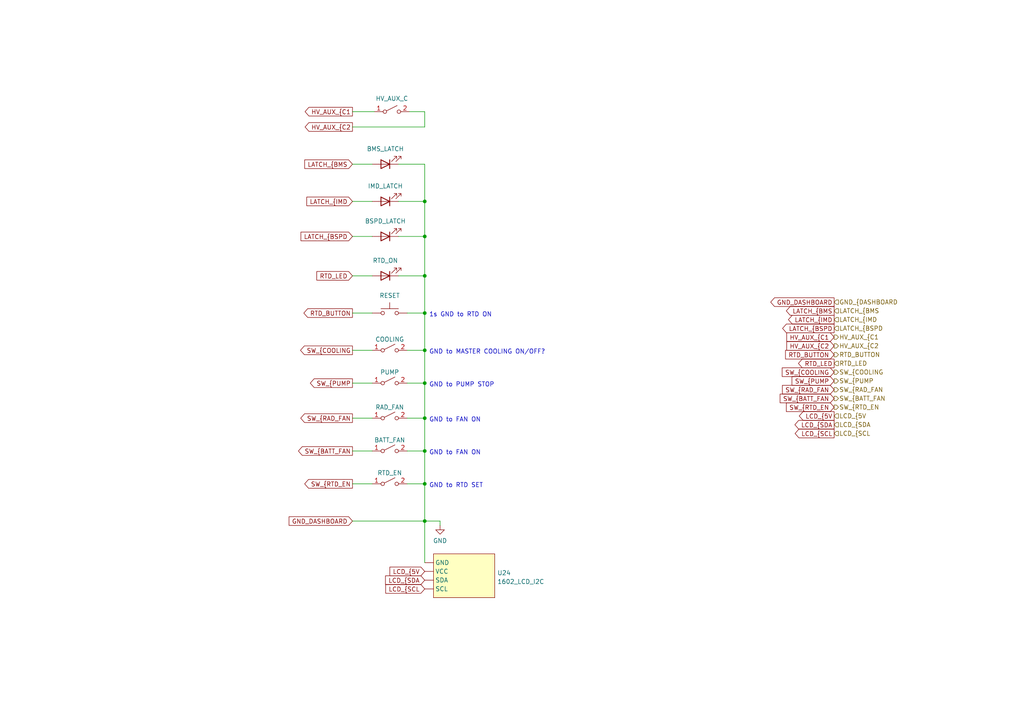
<source format=kicad_sch>
(kicad_sch (version 20211123) (generator eeschema)

  (uuid cb60fa69-dff6-49cf-a84e-7baa44e97299)

  (paper "A4")

  (lib_symbols
    (symbol "A-FA_PARTS:1602_LCD_I2C" (in_bom yes) (on_board yes)
      (property "Reference" "U" (id 0) (at 0 0 0)
        (effects (font (size 1.27 1.27)))
      )
      (property "Value" "1602_LCD_I2C" (id 1) (at 0 0 0)
        (effects (font (size 1.27 1.27)))
      )
      (property "Footprint" "" (id 2) (at 0 0 0)
        (effects (font (size 1.27 1.27)) hide)
      )
      (property "Datasheet" "" (id 3) (at 0 0 0)
        (effects (font (size 1.27 1.27)) hide)
      )
      (symbol "1602_LCD_I2C_0_1"
        (rectangle (start -8.89 -13.97) (end 8.89 -1.27)
          (stroke (width 0.1524) (type default) (color 0 0 0 0))
          (fill (type background))
        )
      )
      (symbol "1602_LCD_I2C_1_1"
        (pin input line (at -11.43 -3.81 0) (length 2.54)
          (name "GND" (effects (font (size 1.27 1.27))))
          (number "" (effects (font (size 1.27 1.27))))
        )
        (pin input line (at -11.43 -11.43 0) (length 2.54)
          (name "SCL" (effects (font (size 1.27 1.27))))
          (number "" (effects (font (size 1.27 1.27))))
        )
        (pin input line (at -11.43 -8.89 0) (length 2.54)
          (name "SDA" (effects (font (size 1.27 1.27))))
          (number "" (effects (font (size 1.27 1.27))))
        )
        (pin input line (at -11.43 -6.35 0) (length 2.54)
          (name "VCC" (effects (font (size 1.27 1.27))))
          (number "" (effects (font (size 1.27 1.27))))
        )
      )
    )
    (symbol "Device:LED" (pin_numbers hide) (pin_names (offset 1.016) hide) (in_bom yes) (on_board yes)
      (property "Reference" "D" (id 0) (at 0 2.54 0)
        (effects (font (size 1.27 1.27)))
      )
      (property "Value" "LED" (id 1) (at 0 -2.54 0)
        (effects (font (size 1.27 1.27)))
      )
      (property "Footprint" "" (id 2) (at 0 0 0)
        (effects (font (size 1.27 1.27)) hide)
      )
      (property "Datasheet" "~" (id 3) (at 0 0 0)
        (effects (font (size 1.27 1.27)) hide)
      )
      (property "ki_keywords" "LED diode" (id 4) (at 0 0 0)
        (effects (font (size 1.27 1.27)) hide)
      )
      (property "ki_description" "Light emitting diode" (id 5) (at 0 0 0)
        (effects (font (size 1.27 1.27)) hide)
      )
      (property "ki_fp_filters" "LED* LED_SMD:* LED_THT:*" (id 6) (at 0 0 0)
        (effects (font (size 1.27 1.27)) hide)
      )
      (symbol "LED_0_1"
        (polyline
          (pts
            (xy -1.27 -1.27)
            (xy -1.27 1.27)
          )
          (stroke (width 0.254) (type default) (color 0 0 0 0))
          (fill (type none))
        )
        (polyline
          (pts
            (xy -1.27 0)
            (xy 1.27 0)
          )
          (stroke (width 0) (type default) (color 0 0 0 0))
          (fill (type none))
        )
        (polyline
          (pts
            (xy 1.27 -1.27)
            (xy 1.27 1.27)
            (xy -1.27 0)
            (xy 1.27 -1.27)
          )
          (stroke (width 0.254) (type default) (color 0 0 0 0))
          (fill (type none))
        )
        (polyline
          (pts
            (xy -3.048 -0.762)
            (xy -4.572 -2.286)
            (xy -3.81 -2.286)
            (xy -4.572 -2.286)
            (xy -4.572 -1.524)
          )
          (stroke (width 0) (type default) (color 0 0 0 0))
          (fill (type none))
        )
        (polyline
          (pts
            (xy -1.778 -0.762)
            (xy -3.302 -2.286)
            (xy -2.54 -2.286)
            (xy -3.302 -2.286)
            (xy -3.302 -1.524)
          )
          (stroke (width 0) (type default) (color 0 0 0 0))
          (fill (type none))
        )
      )
      (symbol "LED_1_1"
        (pin passive line (at -3.81 0 0) (length 2.54)
          (name "K" (effects (font (size 1.27 1.27))))
          (number "1" (effects (font (size 1.27 1.27))))
        )
        (pin passive line (at 3.81 0 180) (length 2.54)
          (name "A" (effects (font (size 1.27 1.27))))
          (number "2" (effects (font (size 1.27 1.27))))
        )
      )
    )
    (symbol "Switch:SW_Push" (pin_numbers hide) (pin_names (offset 1.016) hide) (in_bom yes) (on_board yes)
      (property "Reference" "SW" (id 0) (at 1.27 2.54 0)
        (effects (font (size 1.27 1.27)) (justify left))
      )
      (property "Value" "SW_Push" (id 1) (at 0 -1.524 0)
        (effects (font (size 1.27 1.27)))
      )
      (property "Footprint" "" (id 2) (at 0 5.08 0)
        (effects (font (size 1.27 1.27)) hide)
      )
      (property "Datasheet" "~" (id 3) (at 0 5.08 0)
        (effects (font (size 1.27 1.27)) hide)
      )
      (property "ki_keywords" "switch normally-open pushbutton push-button" (id 4) (at 0 0 0)
        (effects (font (size 1.27 1.27)) hide)
      )
      (property "ki_description" "Push button switch, generic, two pins" (id 5) (at 0 0 0)
        (effects (font (size 1.27 1.27)) hide)
      )
      (symbol "SW_Push_0_1"
        (circle (center -2.032 0) (radius 0.508)
          (stroke (width 0) (type default) (color 0 0 0 0))
          (fill (type none))
        )
        (polyline
          (pts
            (xy 0 1.27)
            (xy 0 3.048)
          )
          (stroke (width 0) (type default) (color 0 0 0 0))
          (fill (type none))
        )
        (polyline
          (pts
            (xy 2.54 1.27)
            (xy -2.54 1.27)
          )
          (stroke (width 0) (type default) (color 0 0 0 0))
          (fill (type none))
        )
        (circle (center 2.032 0) (radius 0.508)
          (stroke (width 0) (type default) (color 0 0 0 0))
          (fill (type none))
        )
        (pin passive line (at -5.08 0 0) (length 2.54)
          (name "1" (effects (font (size 1.27 1.27))))
          (number "1" (effects (font (size 1.27 1.27))))
        )
        (pin passive line (at 5.08 0 180) (length 2.54)
          (name "2" (effects (font (size 1.27 1.27))))
          (number "2" (effects (font (size 1.27 1.27))))
        )
      )
    )
    (symbol "Switch:SW_SPST" (pin_names (offset 0) hide) (in_bom yes) (on_board yes)
      (property "Reference" "SW" (id 0) (at 0 3.175 0)
        (effects (font (size 1.27 1.27)))
      )
      (property "Value" "SW_SPST" (id 1) (at 0 -2.54 0)
        (effects (font (size 1.27 1.27)))
      )
      (property "Footprint" "" (id 2) (at 0 0 0)
        (effects (font (size 1.27 1.27)) hide)
      )
      (property "Datasheet" "~" (id 3) (at 0 0 0)
        (effects (font (size 1.27 1.27)) hide)
      )
      (property "ki_keywords" "switch lever" (id 4) (at 0 0 0)
        (effects (font (size 1.27 1.27)) hide)
      )
      (property "ki_description" "Single Pole Single Throw (SPST) switch" (id 5) (at 0 0 0)
        (effects (font (size 1.27 1.27)) hide)
      )
      (symbol "SW_SPST_0_0"
        (circle (center -2.032 0) (radius 0.508)
          (stroke (width 0) (type default) (color 0 0 0 0))
          (fill (type none))
        )
        (polyline
          (pts
            (xy -1.524 0.254)
            (xy 1.524 1.778)
          )
          (stroke (width 0) (type default) (color 0 0 0 0))
          (fill (type none))
        )
        (circle (center 2.032 0) (radius 0.508)
          (stroke (width 0) (type default) (color 0 0 0 0))
          (fill (type none))
        )
      )
      (symbol "SW_SPST_1_1"
        (pin passive line (at -5.08 0 0) (length 2.54)
          (name "A" (effects (font (size 1.27 1.27))))
          (number "1" (effects (font (size 1.27 1.27))))
        )
        (pin passive line (at 5.08 0 180) (length 2.54)
          (name "B" (effects (font (size 1.27 1.27))))
          (number "2" (effects (font (size 1.27 1.27))))
        )
      )
    )
    (symbol "power:GND" (power) (pin_names (offset 0)) (in_bom yes) (on_board yes)
      (property "Reference" "#PWR" (id 0) (at 0 -6.35 0)
        (effects (font (size 1.27 1.27)) hide)
      )
      (property "Value" "GND" (id 1) (at 0 -3.81 0)
        (effects (font (size 1.27 1.27)))
      )
      (property "Footprint" "" (id 2) (at 0 0 0)
        (effects (font (size 1.27 1.27)) hide)
      )
      (property "Datasheet" "" (id 3) (at 0 0 0)
        (effects (font (size 1.27 1.27)) hide)
      )
      (property "ki_keywords" "power-flag" (id 4) (at 0 0 0)
        (effects (font (size 1.27 1.27)) hide)
      )
      (property "ki_description" "Power symbol creates a global label with name \"GND\" , ground" (id 5) (at 0 0 0)
        (effects (font (size 1.27 1.27)) hide)
      )
      (symbol "GND_0_1"
        (polyline
          (pts
            (xy 0 0)
            (xy 0 -1.27)
            (xy 1.27 -1.27)
            (xy 0 -2.54)
            (xy -1.27 -1.27)
            (xy 0 -1.27)
          )
          (stroke (width 0) (type default) (color 0 0 0 0))
          (fill (type none))
        )
      )
      (symbol "GND_1_1"
        (pin power_in line (at 0 0 270) (length 0) hide
          (name "GND" (effects (font (size 1.27 1.27))))
          (number "1" (effects (font (size 1.27 1.27))))
        )
      )
    )
  )

  (junction (at 123.19 121.285) (diameter 0) (color 0 0 0 0)
    (uuid 21cda7ce-e72a-4125-977b-6d00d96e664e)
  )
  (junction (at 123.19 90.805) (diameter 0) (color 0 0 0 0)
    (uuid 3230205f-defa-4949-b4b3-1f9a127455d1)
  )
  (junction (at 123.19 130.81) (diameter 0) (color 0 0 0 0)
    (uuid 444e228b-2967-4733-aff6-f6a01aa4bc80)
  )
  (junction (at 123.19 101.6) (diameter 0) (color 0 0 0 0)
    (uuid 47adb032-98f1-4964-a57b-bdabf126966b)
  )
  (junction (at 123.19 151.13) (diameter 0) (color 0 0 0 0)
    (uuid 4a52c787-f88b-4ab4-8bac-341dc6e0006b)
  )
  (junction (at 123.19 58.42) (diameter 0) (color 0 0 0 0)
    (uuid 4dfad0dc-1411-40eb-a119-4012ea36abd3)
  )
  (junction (at 123.19 111.125) (diameter 0) (color 0 0 0 0)
    (uuid 6090363c-5245-41cf-8a54-6c2b6187e723)
  )
  (junction (at 123.19 140.335) (diameter 0) (color 0 0 0 0)
    (uuid 8278bd68-d9cf-40fb-af36-5d5af8857339)
  )
  (junction (at 123.19 80.01) (diameter 0) (color 0 0 0 0)
    (uuid 8db5da14-bb18-40b2-8b89-11fb150be5d8)
  )
  (junction (at 123.19 68.58) (diameter 0) (color 0 0 0 0)
    (uuid d3b575d2-2f93-4100-a4a4-e2dc509753fd)
  )

  (wire (pts (xy 102.235 80.01) (xy 107.95 80.01))
    (stroke (width 0) (type default) (color 0 0 0 0))
    (uuid 0162df37-3e00-40f8-8b84-ccab6838045f)
  )
  (wire (pts (xy 123.19 47.625) (xy 123.19 58.42))
    (stroke (width 0) (type default) (color 0 0 0 0))
    (uuid 259201b7-6efa-438f-913d-532fa360f0a9)
  )
  (wire (pts (xy 115.57 58.42) (xy 123.19 58.42))
    (stroke (width 0) (type default) (color 0 0 0 0))
    (uuid 32b7cfe7-25ac-4229-a285-a38a38621c00)
  )
  (wire (pts (xy 102.235 36.83) (xy 123.19 36.83))
    (stroke (width 0) (type default) (color 0 0 0 0))
    (uuid 34f33a4a-a25d-4ff5-b73d-373db978dbcd)
  )
  (wire (pts (xy 127.635 152.4) (xy 127.635 151.13))
    (stroke (width 0) (type default) (color 0 0 0 0))
    (uuid 368a490a-a643-4a1c-93b2-d472008da8b0)
  )
  (wire (pts (xy 127.635 151.13) (xy 123.19 151.13))
    (stroke (width 0) (type default) (color 0 0 0 0))
    (uuid 373398a0-42c3-4727-b601-cd4f03b81ea1)
  )
  (wire (pts (xy 118.11 130.81) (xy 123.19 130.81))
    (stroke (width 0) (type default) (color 0 0 0 0))
    (uuid 3f30cd6b-9bb1-48c6-bb37-111766f80dc1)
  )
  (wire (pts (xy 118.11 101.6) (xy 123.19 101.6))
    (stroke (width 0) (type default) (color 0 0 0 0))
    (uuid 43c9688f-f8c0-43cb-ad97-6c7da164aa3a)
  )
  (wire (pts (xy 115.57 80.01) (xy 123.19 80.01))
    (stroke (width 0) (type default) (color 0 0 0 0))
    (uuid 4813ae48-7b6d-4bfe-aa94-d172c43e79fb)
  )
  (wire (pts (xy 102.235 68.58) (xy 107.95 68.58))
    (stroke (width 0) (type default) (color 0 0 0 0))
    (uuid 4b7c42cc-f81b-405b-b1fb-d563a7d472ec)
  )
  (wire (pts (xy 123.19 32.385) (xy 118.745 32.385))
    (stroke (width 0) (type default) (color 0 0 0 0))
    (uuid 505b6bee-173f-4b7b-8804-f906d479028d)
  )
  (wire (pts (xy 118.11 111.125) (xy 123.19 111.125))
    (stroke (width 0) (type default) (color 0 0 0 0))
    (uuid 69c76c7c-338c-42ee-b112-6eab0691f498)
  )
  (wire (pts (xy 102.235 90.805) (xy 107.95 90.805))
    (stroke (width 0) (type default) (color 0 0 0 0))
    (uuid 70404ad7-4a53-4a75-b845-3c3283be5aa8)
  )
  (wire (pts (xy 102.235 130.81) (xy 107.95 130.81))
    (stroke (width 0) (type default) (color 0 0 0 0))
    (uuid 70e7f96c-a6a2-4feb-9bcb-4fedc77403d8)
  )
  (wire (pts (xy 102.235 151.13) (xy 123.19 151.13))
    (stroke (width 0) (type default) (color 0 0 0 0))
    (uuid 70ebcf9b-3d29-44d1-80bb-f278a676657c)
  )
  (wire (pts (xy 102.235 140.335) (xy 107.95 140.335))
    (stroke (width 0) (type default) (color 0 0 0 0))
    (uuid 76e99c67-17dc-4b55-a6bb-1de20a41c825)
  )
  (wire (pts (xy 102.235 121.285) (xy 107.95 121.285))
    (stroke (width 0) (type default) (color 0 0 0 0))
    (uuid 8274433b-74b7-4abe-b61a-b3575b38324d)
  )
  (wire (pts (xy 118.11 90.805) (xy 123.19 90.805))
    (stroke (width 0) (type default) (color 0 0 0 0))
    (uuid 8ba0fc73-cad5-4f8a-8c8f-8fb880e1b594)
  )
  (wire (pts (xy 102.235 47.625) (xy 107.95 47.625))
    (stroke (width 0) (type default) (color 0 0 0 0))
    (uuid 8d626892-10ff-44a6-a3a7-f96298f04174)
  )
  (wire (pts (xy 123.19 90.805) (xy 123.19 101.6))
    (stroke (width 0) (type default) (color 0 0 0 0))
    (uuid 91026fd3-88a0-4995-9c8d-f4232522aca1)
  )
  (wire (pts (xy 102.235 58.42) (xy 107.95 58.42))
    (stroke (width 0) (type default) (color 0 0 0 0))
    (uuid 9b9752a4-1183-46d0-aee3-a5b37390008c)
  )
  (wire (pts (xy 115.57 47.625) (xy 123.19 47.625))
    (stroke (width 0) (type default) (color 0 0 0 0))
    (uuid 9eb2739a-c17d-4675-81b1-1a058cb94da3)
  )
  (wire (pts (xy 102.235 101.6) (xy 107.95 101.6))
    (stroke (width 0) (type default) (color 0 0 0 0))
    (uuid a5fe84ba-18db-411f-8326-b0ab21ef9e5a)
  )
  (wire (pts (xy 123.19 68.58) (xy 123.19 80.01))
    (stroke (width 0) (type default) (color 0 0 0 0))
    (uuid acedd3d3-995b-4a35-ae27-58ba6fadc7e9)
  )
  (wire (pts (xy 115.57 68.58) (xy 123.19 68.58))
    (stroke (width 0) (type default) (color 0 0 0 0))
    (uuid bb6a51ac-559e-420d-a144-a3ce251d8ed7)
  )
  (wire (pts (xy 102.235 32.385) (xy 108.585 32.385))
    (stroke (width 0) (type default) (color 0 0 0 0))
    (uuid c41b2b0b-635a-4430-b519-48fe20d40149)
  )
  (wire (pts (xy 123.19 80.01) (xy 123.19 90.805))
    (stroke (width 0) (type default) (color 0 0 0 0))
    (uuid c6b932fe-7f5f-43b8-9195-904cc633d475)
  )
  (wire (pts (xy 123.19 151.13) (xy 123.19 163.195))
    (stroke (width 0) (type default) (color 0 0 0 0))
    (uuid c7750c6c-a56f-4713-beb0-51c9d00c7a82)
  )
  (wire (pts (xy 123.19 101.6) (xy 123.19 111.125))
    (stroke (width 0) (type default) (color 0 0 0 0))
    (uuid c9711373-b35e-4c1b-8ec6-a3ba6d191bef)
  )
  (wire (pts (xy 102.235 111.125) (xy 107.95 111.125))
    (stroke (width 0) (type default) (color 0 0 0 0))
    (uuid d381221c-3c7f-40c2-b362-e1dbfee23b8e)
  )
  (wire (pts (xy 118.11 121.285) (xy 123.19 121.285))
    (stroke (width 0) (type default) (color 0 0 0 0))
    (uuid d5c5725a-bdb3-4c90-9826-c3aa0ba79f5f)
  )
  (wire (pts (xy 123.19 140.335) (xy 123.19 151.13))
    (stroke (width 0) (type default) (color 0 0 0 0))
    (uuid d5d77a16-7876-49c8-b1db-7086f30dc3ab)
  )
  (wire (pts (xy 123.19 111.125) (xy 123.19 121.285))
    (stroke (width 0) (type default) (color 0 0 0 0))
    (uuid de0a6daf-0f98-4e7d-82d0-dac2098f5914)
  )
  (wire (pts (xy 123.19 58.42) (xy 123.19 68.58))
    (stroke (width 0) (type default) (color 0 0 0 0))
    (uuid f78717e4-2f87-4e3e-a3ae-df3e0acb6bad)
  )
  (wire (pts (xy 118.11 140.335) (xy 123.19 140.335))
    (stroke (width 0) (type default) (color 0 0 0 0))
    (uuid f8f52340-ef35-446b-80b6-6a362fadf341)
  )
  (wire (pts (xy 123.19 130.81) (xy 123.19 121.285))
    (stroke (width 0) (type default) (color 0 0 0 0))
    (uuid fc766747-49fd-4120-a28e-c5dbf6b786e0)
  )
  (wire (pts (xy 123.19 36.83) (xy 123.19 32.385))
    (stroke (width 0) (type default) (color 0 0 0 0))
    (uuid fd360cda-9995-4f71-9c21-68c17b88b342)
  )
  (wire (pts (xy 123.19 130.81) (xy 123.19 140.335))
    (stroke (width 0) (type default) (color 0 0 0 0))
    (uuid fe86f7cf-f954-4e82-8b2b-211dcb77f42c)
  )

  (text "GND to FAN ON" (at 124.46 132.08 0)
    (effects (font (size 1.27 1.27)) (justify left bottom))
    (uuid 22ddc570-26b2-427c-aa2e-093317c3bd25)
  )
  (text "GND to MASTER COOLING ON/OFF?" (at 124.46 102.87 0)
    (effects (font (size 1.27 1.27)) (justify left bottom))
    (uuid 45cfa2ee-1256-4e3f-8f0f-462b02641434)
  )
  (text "GND to PUMP STOP\n" (at 124.46 112.395 0)
    (effects (font (size 1.27 1.27)) (justify left bottom))
    (uuid 4a563f98-474e-4928-87a8-17f9a671f91f)
  )
  (text "1s GND to RTD ON\n" (at 124.46 92.075 0)
    (effects (font (size 1.27 1.27)) (justify left bottom))
    (uuid daaaa40a-4d96-429c-bb37-6b97e3f3cc95)
  )
  (text "GND to FAN ON" (at 124.46 122.555 0)
    (effects (font (size 1.27 1.27)) (justify left bottom))
    (uuid f5a658d3-ccda-4f08-81dd-b5e2c0a21db9)
  )
  (text "GND to RTD SET" (at 124.46 141.605 0)
    (effects (font (size 1.27 1.27)) (justify left bottom))
    (uuid fd51a64e-0323-4a39-b8ce-8d1f97207958)
  )

  (global_label "LCD_{SDA" (shape input) (at 123.19 168.275 180) (fields_autoplaced)
    (effects (font (size 1.27 1.27)) (justify right))
    (uuid 047d7c31-e50a-40c6-99ac-08159a4ed171)
    (property "Intersheet References" "${INTERSHEET_REFS}" (id 0) (at 114.3543 168.1956 0)
      (effects (font (size 1.27 1.27)) (justify right) hide)
    )
  )
  (global_label "LCD_{SCL" (shape output) (at 241.935 125.73 180) (fields_autoplaced)
    (effects (font (size 1.27 1.27)) (justify right))
    (uuid 0bbf0c89-f17e-4c13-891e-0bd911ecf150)
    (property "Intersheet References" "${INTERSHEET_REFS}" (id 0) (at 233.1477 125.6506 0)
      (effects (font (size 1.27 1.27)) (justify right) hide)
    )
  )
  (global_label "HV_AUX_{C2" (shape input) (at 241.935 100.33 180) (fields_autoplaced)
    (effects (font (size 1.27 1.27)) (justify right))
    (uuid 14812937-9805-420e-b169-8f11a5a6d085)
    (property "Intersheet References" "${INTERSHEET_REFS}" (id 0) (at 230.523 100.2506 0)
      (effects (font (size 1.27 1.27)) (justify right) hide)
    )
  )
  (global_label "LCD_{SDA" (shape output) (at 241.935 123.19 180) (fields_autoplaced)
    (effects (font (size 1.27 1.27)) (justify right))
    (uuid 16b68dbb-ed37-4531-a57c-74b090fb1fc5)
    (property "Intersheet References" "${INTERSHEET_REFS}" (id 0) (at 233.0993 123.1106 0)
      (effects (font (size 1.27 1.27)) (justify right) hide)
    )
  )
  (global_label "LATCH_{BMS" (shape input) (at 102.235 47.625 180) (fields_autoplaced)
    (effects (font (size 1.27 1.27)) (justify right))
    (uuid 29c56f44-0f1f-41d9-9c57-a6c6e06a9732)
    (property "Intersheet References" "${INTERSHEET_REFS}" (id 0) (at 90.9924 47.5456 0)
      (effects (font (size 1.27 1.27)) (justify right) hide)
    )
  )
  (global_label "RTD_BUTTON" (shape input) (at 241.935 102.87 180) (fields_autoplaced)
    (effects (font (size 1.27 1.27)) (justify right))
    (uuid 2bc02251-f06a-4e07-97e9-c23648591b26)
    (property "Intersheet References" "${INTERSHEET_REFS}" (id 0) (at 227.85 102.7906 0)
      (effects (font (size 1.27 1.27)) (justify right) hide)
    )
  )
  (global_label "SW_{RTD_EN" (shape input) (at 241.935 118.11 180) (fields_autoplaced)
    (effects (font (size 1.27 1.27)) (justify right))
    (uuid 386e0b82-8e29-401d-8d8f-d2dd3e640660)
    (property "Intersheet References" "${INTERSHEET_REFS}" (id 0) (at 231.2971 118.0306 0)
      (effects (font (size 1.27 1.27)) (justify right) hide)
    )
  )
  (global_label "SW_{COOLING" (shape output) (at 102.235 101.6 180) (fields_autoplaced)
    (effects (font (size 1.27 1.27)) (justify right))
    (uuid 406f80c8-dc8a-44d7-8324-a6a8bc0d3012)
    (property "Intersheet References" "${INTERSHEET_REFS}" (id 0) (at 90.6295 101.5206 0)
      (effects (font (size 1.27 1.27)) (justify right) hide)
    )
  )
  (global_label "RTD_LED" (shape output) (at 241.935 105.41 180) (fields_autoplaced)
    (effects (font (size 1.27 1.27)) (justify right))
    (uuid 4514ca9c-6c7b-4f90-b175-72f4f2034090)
    (property "Intersheet References" "${INTERSHEET_REFS}" (id 0) (at 231.5995 105.3306 0)
      (effects (font (size 1.27 1.27)) (justify right) hide)
    )
  )
  (global_label "LATCH_{IMD" (shape input) (at 102.235 58.42 180) (fields_autoplaced)
    (effects (font (size 1.27 1.27)) (justify right))
    (uuid 4936c35c-9def-4721-bfec-3ea92646730e)
    (property "Intersheet References" "${INTERSHEET_REFS}" (id 0) (at 91.4762 58.3406 0)
      (effects (font (size 1.27 1.27)) (justify right) hide)
    )
  )
  (global_label "HV_AUX_{C1" (shape input) (at 241.935 97.79 180) (fields_autoplaced)
    (effects (font (size 1.27 1.27)) (justify right))
    (uuid 49fb4b87-4d91-44a7-8c56-42c27695bd81)
    (property "Intersheet References" "${INTERSHEET_REFS}" (id 0) (at 230.523 97.7106 0)
      (effects (font (size 1.27 1.27)) (justify right) hide)
    )
  )
  (global_label "SW_{RAD_FAN" (shape output) (at 102.235 121.285 180) (fields_autoplaced)
    (effects (font (size 1.27 1.27)) (justify right))
    (uuid 66ad7bd7-0a25-435b-b8b8-19b740ee52c0)
    (property "Intersheet References" "${INTERSHEET_REFS}" (id 0) (at 90.6779 121.2056 0)
      (effects (font (size 1.27 1.27)) (justify right) hide)
    )
  )
  (global_label "LATCH_{BSPD" (shape input) (at 102.235 68.58 180) (fields_autoplaced)
    (effects (font (size 1.27 1.27)) (justify right))
    (uuid 7b896ed4-2d69-4e6b-836b-5046fb4b8800)
    (property "Intersheet References" "${INTERSHEET_REFS}" (id 0) (at 90.1215 68.5006 0)
      (effects (font (size 1.27 1.27)) (justify right) hide)
    )
  )
  (global_label "LATCH_{BMS" (shape output) (at 241.935 90.17 180) (fields_autoplaced)
    (effects (font (size 1.27 1.27)) (justify right))
    (uuid 7c3be54a-ae4d-441c-ad27-7c24177ab273)
    (property "Intersheet References" "${INTERSHEET_REFS}" (id 0) (at 230.6924 90.0906 0)
      (effects (font (size 1.27 1.27)) (justify right) hide)
    )
  )
  (global_label "HV_AUX_{C1" (shape output) (at 102.235 32.385 180) (fields_autoplaced)
    (effects (font (size 1.27 1.27)) (justify right))
    (uuid 8a2751b4-0318-4dac-bac6-2a81f6142b2b)
    (property "Intersheet References" "${INTERSHEET_REFS}" (id 0) (at 90.823 32.3056 0)
      (effects (font (size 1.27 1.27)) (justify right) hide)
    )
  )
  (global_label "LCD_{5V" (shape output) (at 241.935 120.65 180) (fields_autoplaced)
    (effects (font (size 1.27 1.27)) (justify right))
    (uuid 8f71c093-47ac-4323-acba-54fbc63c5bff)
    (property "Intersheet References" "${INTERSHEET_REFS}" (id 0) (at 234.1153 120.5706 0)
      (effects (font (size 1.27 1.27)) (justify right) hide)
    )
  )
  (global_label "SW_{BATT_FAN" (shape input) (at 241.935 115.57 180) (fields_autoplaced)
    (effects (font (size 1.27 1.27)) (justify right))
    (uuid 8fcf2c92-17ec-4779-a8f0-25fab8438850)
    (property "Intersheet References" "${INTERSHEET_REFS}" (id 0) (at 229.8457 115.4906 0)
      (effects (font (size 1.27 1.27)) (justify right) hide)
    )
  )
  (global_label "SW_{BATT_FAN" (shape output) (at 102.235 130.81 180) (fields_autoplaced)
    (effects (font (size 1.27 1.27)) (justify right))
    (uuid 94e31c74-e842-474a-87d3-275f3521e71a)
    (property "Intersheet References" "${INTERSHEET_REFS}" (id 0) (at 90.1457 130.7306 0)
      (effects (font (size 1.27 1.27)) (justify right) hide)
    )
  )
  (global_label "SW_{PUMP" (shape output) (at 102.235 111.125 180) (fields_autoplaced)
    (effects (font (size 1.27 1.27)) (justify right))
    (uuid 94e5e6d1-7d4f-40c6-b5be-6f7dfad3896a)
    (property "Intersheet References" "${INTERSHEET_REFS}" (id 0) (at 92.9034 111.0456 0)
      (effects (font (size 1.27 1.27)) (justify right) hide)
    )
  )
  (global_label "GND_DASHBOARD" (shape output) (at 241.935 87.63 180) (fields_autoplaced)
    (effects (font (size 1.27 1.27)) (justify right))
    (uuid a5de648c-f99c-4b00-af89-92f0aa3a6720)
    (property "Intersheet References" "${INTERSHEET_REFS}" (id 0) (at 223.5562 87.5506 0)
      (effects (font (size 1.27 1.27)) (justify right) hide)
    )
  )
  (global_label "LATCH_{IMD" (shape output) (at 241.935 92.71 180) (fields_autoplaced)
    (effects (font (size 1.27 1.27)) (justify right))
    (uuid a9dd44c0-138d-46fc-8f31-fbaf5eb7368a)
    (property "Intersheet References" "${INTERSHEET_REFS}" (id 0) (at 231.1762 92.6306 0)
      (effects (font (size 1.27 1.27)) (justify right) hide)
    )
  )
  (global_label "RTD_BUTTON" (shape output) (at 102.235 90.805 180) (fields_autoplaced)
    (effects (font (size 1.27 1.27)) (justify right))
    (uuid c19f13d5-95be-4b46-8d56-45d347e32059)
    (property "Intersheet References" "${INTERSHEET_REFS}" (id 0) (at 88.15 90.7256 0)
      (effects (font (size 1.27 1.27)) (justify right) hide)
    )
  )
  (global_label "LATCH_{BSPD" (shape output) (at 241.935 95.25 180) (fields_autoplaced)
    (effects (font (size 1.27 1.27)) (justify right))
    (uuid c8f1a652-9336-4ee2-81fd-66030560c3a4)
    (property "Intersheet References" "${INTERSHEET_REFS}" (id 0) (at 229.8215 95.1706 0)
      (effects (font (size 1.27 1.27)) (justify right) hide)
    )
  )
  (global_label "SW_{COOLING" (shape input) (at 241.935 107.95 180) (fields_autoplaced)
    (effects (font (size 1.27 1.27)) (justify right))
    (uuid d233f533-4a71-454a-a76f-9ed06a727f6a)
    (property "Intersheet References" "${INTERSHEET_REFS}" (id 0) (at 230.3295 107.8706 0)
      (effects (font (size 1.27 1.27)) (justify right) hide)
    )
  )
  (global_label "RTD_LED" (shape input) (at 102.235 80.01 180) (fields_autoplaced)
    (effects (font (size 1.27 1.27)) (justify right))
    (uuid d4f7b4b7-aee5-42f5-a8fc-293ca212002d)
    (property "Intersheet References" "${INTERSHEET_REFS}" (id 0) (at 91.8995 79.9306 0)
      (effects (font (size 1.27 1.27)) (justify right) hide)
    )
  )
  (global_label "LCD_{SCL" (shape input) (at 123.19 170.815 180) (fields_autoplaced)
    (effects (font (size 1.27 1.27)) (justify right))
    (uuid d8f47be8-8b43-41b3-bef4-1c002c5d9d42)
    (property "Intersheet References" "${INTERSHEET_REFS}" (id 0) (at 114.4027 170.7356 0)
      (effects (font (size 1.27 1.27)) (justify right) hide)
    )
  )
  (global_label "SW_{RAD_FAN" (shape input) (at 241.935 113.03 180) (fields_autoplaced)
    (effects (font (size 1.27 1.27)) (justify right))
    (uuid de42f803-7d46-484c-a9b9-85f827b7be81)
    (property "Intersheet References" "${INTERSHEET_REFS}" (id 0) (at 230.3779 112.9506 0)
      (effects (font (size 1.27 1.27)) (justify right) hide)
    )
  )
  (global_label "SW_{RTD_EN" (shape output) (at 102.235 140.335 180) (fields_autoplaced)
    (effects (font (size 1.27 1.27)) (justify right))
    (uuid de645a3c-62c7-48d5-befd-793a76ce5801)
    (property "Intersheet References" "${INTERSHEET_REFS}" (id 0) (at 91.5971 140.2556 0)
      (effects (font (size 1.27 1.27)) (justify right) hide)
    )
  )
  (global_label "GND_DASHBOARD" (shape input) (at 102.235 151.13 180) (fields_autoplaced)
    (effects (font (size 1.27 1.27)) (justify right))
    (uuid e14aa4c8-8463-4220-8d8d-4cc3415c3120)
    (property "Intersheet References" "${INTERSHEET_REFS}" (id 0) (at 83.8562 151.0506 0)
      (effects (font (size 1.27 1.27)) (justify right) hide)
    )
  )
  (global_label "LCD_{5V" (shape input) (at 123.19 165.735 180) (fields_autoplaced)
    (effects (font (size 1.27 1.27)) (justify right))
    (uuid f0cd86cc-01af-44c7-9796-9c3170aeb49f)
    (property "Intersheet References" "${INTERSHEET_REFS}" (id 0) (at 115.3703 165.6556 0)
      (effects (font (size 1.27 1.27)) (justify right) hide)
    )
  )
  (global_label "SW_{PUMP" (shape input) (at 241.935 110.49 180) (fields_autoplaced)
    (effects (font (size 1.27 1.27)) (justify right))
    (uuid f1ac0170-6460-4d4c-80c0-6735ae1f2dca)
    (property "Intersheet References" "${INTERSHEET_REFS}" (id 0) (at 232.6034 110.4106 0)
      (effects (font (size 1.27 1.27)) (justify right) hide)
    )
  )
  (global_label "HV_AUX_{C2" (shape output) (at 102.235 36.83 180) (fields_autoplaced)
    (effects (font (size 1.27 1.27)) (justify right))
    (uuid ff75bcee-9424-456a-ac73-2b3bd7bfed01)
    (property "Intersheet References" "${INTERSHEET_REFS}" (id 0) (at 90.823 36.7506 0)
      (effects (font (size 1.27 1.27)) (justify right) hide)
    )
  )

  (hierarchical_label "SW_{BATT_FAN" (shape output) (at 241.935 115.57 0)
    (effects (font (size 1.27 1.27)) (justify left))
    (uuid 10a06e39-0651-4dca-81d5-1ae5ab8744d9)
  )
  (hierarchical_label "RTD_LED" (shape input) (at 241.935 105.41 0)
    (effects (font (size 1.27 1.27)) (justify left))
    (uuid 22f7cf8d-22d7-4474-8d40-a733b7204e17)
  )
  (hierarchical_label "SW_{RAD_FAN" (shape output) (at 241.935 113.03 0)
    (effects (font (size 1.27 1.27)) (justify left))
    (uuid 2c8ab941-428b-4727-8c17-0daa83d2b78c)
  )
  (hierarchical_label "HV_AUX_{C2" (shape output) (at 241.935 100.33 0)
    (effects (font (size 1.27 1.27)) (justify left))
    (uuid 4b3f2dfb-9dfe-4b74-95ac-f01e19be9bce)
  )
  (hierarchical_label "SW_{RTD_EN" (shape output) (at 241.935 118.11 0)
    (effects (font (size 1.27 1.27)) (justify left))
    (uuid 79096837-d784-49e3-a731-44db5247f5bd)
  )
  (hierarchical_label "SW_{PUMP" (shape output) (at 241.935 110.49 0)
    (effects (font (size 1.27 1.27)) (justify left))
    (uuid 7d53b402-3e7c-495b-82a6-0ddd7a169815)
  )
  (hierarchical_label "RTD_BUTTON" (shape output) (at 241.935 102.87 0)
    (effects (font (size 1.27 1.27)) (justify left))
    (uuid 8948000c-f67c-418a-9b4a-b5614aec52ca)
  )
  (hierarchical_label "LCD_{SCL" (shape input) (at 241.935 125.73 0)
    (effects (font (size 1.27 1.27)) (justify left))
    (uuid 8b2eaa81-3c2b-42d4-8eff-2bb1796267fb)
  )
  (hierarchical_label "LCD_{5V" (shape input) (at 241.935 120.65 0)
    (effects (font (size 1.27 1.27)) (justify left))
    (uuid 915cfc64-33b9-4613-bcb5-db7056c754fe)
  )
  (hierarchical_label "LCD_{SDA" (shape input) (at 241.935 123.19 0)
    (effects (font (size 1.27 1.27)) (justify left))
    (uuid 96694f6c-687b-4084-8eea-6b9aa1caec34)
  )
  (hierarchical_label "HV_AUX_{C1" (shape output) (at 241.935 97.79 0)
    (effects (font (size 1.27 1.27)) (justify left))
    (uuid ba372b5a-d6b4-4af2-a8cc-97f6df0b9801)
  )
  (hierarchical_label "LATCH_{BSPD" (shape input) (at 241.935 95.25 0)
    (effects (font (size 1.27 1.27)) (justify left))
    (uuid bb43d376-6207-4dd0-928a-de94475b5a74)
  )
  (hierarchical_label "LATCH_{IMD" (shape input) (at 241.935 92.71 0)
    (effects (font (size 1.27 1.27)) (justify left))
    (uuid c531328b-d06d-4c38-800a-83058339878e)
  )
  (hierarchical_label "SW_{COOLING" (shape output) (at 241.935 107.95 0)
    (effects (font (size 1.27 1.27)) (justify left))
    (uuid cbe6fc82-79c3-4d0d-8256-51861a5a9a38)
  )
  (hierarchical_label "GND_{DASHBOARD" (shape input) (at 241.935 87.63 0)
    (effects (font (size 1.27 1.27)) (justify left))
    (uuid e1a17478-3617-489e-95c3-909505f09dd9)
  )
  (hierarchical_label "LATCH_{BMS" (shape input) (at 241.935 90.17 0)
    (effects (font (size 1.27 1.27)) (justify left))
    (uuid fcd2259b-1267-4a04-9369-40f27ce40370)
  )

  (symbol (lib_id "Switch:SW_SPST") (at 113.03 140.335 0) (unit 1)
    (in_bom yes) (on_board yes)
    (uuid 0c1d23b1-6c43-42a5-998e-84bfc5142219)
    (property "Reference" "SW24" (id 0) (at 113.03 133.985 0)
      (effects (font (size 1.27 1.27)) hide)
    )
    (property "Value" "RTD_EN" (id 1) (at 113.03 137.16 0))
    (property "Footprint" "" (id 2) (at 113.03 140.335 0)
      (effects (font (size 1.27 1.27)) hide)
    )
    (property "Datasheet" "~" (id 3) (at 113.03 140.335 0)
      (effects (font (size 1.27 1.27)) hide)
    )
    (pin "1" (uuid 86faedbf-5e16-41c5-b519-c346e714b9fb))
    (pin "2" (uuid 0855d2be-7625-4aea-9a95-b2bb5ddc5271))
  )

  (symbol (lib_id "Switch:SW_SPST") (at 113.03 101.6 0) (unit 1)
    (in_bom yes) (on_board yes)
    (uuid 19275685-8a7c-44df-b3c7-700bab713a29)
    (property "Reference" "SW20" (id 0) (at 113.03 95.25 0)
      (effects (font (size 1.27 1.27)) hide)
    )
    (property "Value" "COOLING" (id 1) (at 113.03 98.425 0))
    (property "Footprint" "" (id 2) (at 113.03 101.6 0)
      (effects (font (size 1.27 1.27)) hide)
    )
    (property "Datasheet" "~" (id 3) (at 113.03 101.6 0)
      (effects (font (size 1.27 1.27)) hide)
    )
    (pin "1" (uuid f910deba-37c8-4250-b894-5b7d44cdc290))
    (pin "2" (uuid 381eebe9-6dc3-47ed-9bd3-1a05fe11cf93))
  )

  (symbol (lib_id "Switch:SW_SPST") (at 113.03 121.285 0) (unit 1)
    (in_bom yes) (on_board yes)
    (uuid 29fa3f90-ff98-468d-955f-ed01af971677)
    (property "Reference" "SW22" (id 0) (at 113.03 114.935 0)
      (effects (font (size 1.27 1.27)) hide)
    )
    (property "Value" "RAD_FAN" (id 1) (at 113.03 118.11 0))
    (property "Footprint" "" (id 2) (at 113.03 121.285 0)
      (effects (font (size 1.27 1.27)) hide)
    )
    (property "Datasheet" "~" (id 3) (at 113.03 121.285 0)
      (effects (font (size 1.27 1.27)) hide)
    )
    (pin "1" (uuid c7e04443-3c20-4d3f-86d7-b535422bb2ab))
    (pin "2" (uuid acc1613e-6142-450f-bdb8-63a3f0418800))
  )

  (symbol (lib_id "Switch:SW_SPST") (at 113.03 130.81 0) (unit 1)
    (in_bom yes) (on_board yes)
    (uuid 504d8618-7000-49b0-9d37-a8f85e39d6e7)
    (property "Reference" "SW23" (id 0) (at 113.03 124.46 0)
      (effects (font (size 1.27 1.27)) hide)
    )
    (property "Value" "BATT_FAN" (id 1) (at 113.03 127.635 0))
    (property "Footprint" "" (id 2) (at 113.03 130.81 0)
      (effects (font (size 1.27 1.27)) hide)
    )
    (property "Datasheet" "~" (id 3) (at 113.03 130.81 0)
      (effects (font (size 1.27 1.27)) hide)
    )
    (pin "1" (uuid 7b2a59a2-e747-4b6d-87ec-c4b3ed246e3c))
    (pin "2" (uuid d01b20e9-4003-4c03-a6f3-c56ba5004bc0))
  )

  (symbol (lib_id "Device:LED") (at 111.76 68.58 180) (unit 1)
    (in_bom yes) (on_board yes)
    (uuid 59114232-b987-4803-88ae-192442855e54)
    (property "Reference" "D19" (id 0) (at 113.3475 61.595 0)
      (effects (font (size 1.27 1.27)) hide)
    )
    (property "Value" "BSPD_LATCH" (id 1) (at 111.76 64.135 0))
    (property "Footprint" "" (id 2) (at 111.76 68.58 0)
      (effects (font (size 1.27 1.27)) hide)
    )
    (property "Datasheet" "~" (id 3) (at 111.76 68.58 0)
      (effects (font (size 1.27 1.27)) hide)
    )
    (pin "1" (uuid 75bd4fd1-51ce-45cb-93cb-3b1b1b7cda34))
    (pin "2" (uuid d27dafca-b19c-44fe-9e74-2bbd932b620c))
  )

  (symbol (lib_id "Device:LED") (at 111.76 58.42 180) (unit 1)
    (in_bom yes) (on_board yes)
    (uuid 70684d9e-7bb2-4db1-bb6a-f311c358807f)
    (property "Reference" "D18" (id 0) (at 113.3475 51.435 0)
      (effects (font (size 1.27 1.27)) hide)
    )
    (property "Value" "IMD_LATCH" (id 1) (at 111.76 53.975 0))
    (property "Footprint" "" (id 2) (at 111.76 58.42 0)
      (effects (font (size 1.27 1.27)) hide)
    )
    (property "Datasheet" "~" (id 3) (at 111.76 58.42 0)
      (effects (font (size 1.27 1.27)) hide)
    )
    (pin "1" (uuid 2fd5a5f0-760d-43ed-af64-2f06551af0f3))
    (pin "2" (uuid 35d89bbc-ab39-4451-9b82-8217801f5558))
  )

  (symbol (lib_id "Switch:SW_Push") (at 113.03 90.805 0) (unit 1)
    (in_bom yes) (on_board yes)
    (uuid 98f1474f-4b23-4e71-9420-859f9fd7860c)
    (property "Reference" "SW19" (id 0) (at 113.03 93.345 0)
      (effects (font (size 1.27 1.27)) hide)
    )
    (property "Value" "RESET" (id 1) (at 113.03 85.725 0))
    (property "Footprint" "" (id 2) (at 113.03 90.805 0)
      (effects (font (size 1.27 1.27)) hide)
    )
    (property "Datasheet" "~" (id 3) (at 113.03 90.805 0)
      (effects (font (size 1.27 1.27)) hide)
    )
    (pin "1" (uuid 3ead5daf-6fc3-4ac6-b45d-3534e597b757))
    (pin "2" (uuid d4f6edf3-97fe-45fc-be26-12edb699b62d))
  )

  (symbol (lib_id "Switch:SW_SPST") (at 113.665 32.385 0) (unit 1)
    (in_bom yes) (on_board yes) (fields_autoplaced)
    (uuid 9c8d3bc2-0e5b-425c-9d47-9ddbe7b282d6)
    (property "Reference" "SW25" (id 0) (at 113.665 26.035 0)
      (effects (font (size 1.27 1.27)) hide)
    )
    (property "Value" "HV_AUX_C" (id 1) (at 113.665 28.575 0))
    (property "Footprint" "" (id 2) (at 113.665 32.385 0)
      (effects (font (size 1.27 1.27)) hide)
    )
    (property "Datasheet" "~" (id 3) (at 113.665 32.385 0)
      (effects (font (size 1.27 1.27)) hide)
    )
    (pin "1" (uuid 3fd883d1-9f2f-4b7e-80bf-4b57cfe0a28e))
    (pin "2" (uuid 8cbdde81-32d4-4ddf-8303-64e182961b85))
  )

  (symbol (lib_id "A-FA_PARTS:1602_LCD_I2C") (at 134.62 159.385 0) (unit 1)
    (in_bom yes) (on_board yes) (fields_autoplaced)
    (uuid a341cc06-2585-4845-bfa5-df99c8176a96)
    (property "Reference" "U24" (id 0) (at 144.2212 166.1703 0)
      (effects (font (size 1.27 1.27)) (justify left))
    )
    (property "Value" "1602_LCD_I2C" (id 1) (at 144.2212 168.7072 0)
      (effects (font (size 1.27 1.27)) (justify left))
    )
    (property "Footprint" "" (id 2) (at 134.62 159.385 0)
      (effects (font (size 1.27 1.27)) hide)
    )
    (property "Datasheet" "" (id 3) (at 134.62 159.385 0)
      (effects (font (size 1.27 1.27)) hide)
    )
    (pin "" (uuid 13902d8c-b1d8-40a9-973b-32829e143302))
    (pin "" (uuid 13902d8c-b1d8-40a9-973b-32829e143302))
    (pin "" (uuid 13902d8c-b1d8-40a9-973b-32829e143302))
    (pin "" (uuid 13902d8c-b1d8-40a9-973b-32829e143302))
  )

  (symbol (lib_id "power:GND") (at 127.635 152.4 0) (unit 1)
    (in_bom yes) (on_board yes) (fields_autoplaced)
    (uuid adc332e7-072d-413d-87f5-d37c7406db6b)
    (property "Reference" "#PWR0138" (id 0) (at 127.635 158.75 0)
      (effects (font (size 1.27 1.27)) hide)
    )
    (property "Value" "GND" (id 1) (at 127.635 156.8434 0))
    (property "Footprint" "" (id 2) (at 127.635 152.4 0)
      (effects (font (size 1.27 1.27)) hide)
    )
    (property "Datasheet" "" (id 3) (at 127.635 152.4 0)
      (effects (font (size 1.27 1.27)) hide)
    )
    (pin "1" (uuid 24e0fba9-c20c-4959-b8af-3962931f7ea3))
  )

  (symbol (lib_id "Device:LED") (at 111.76 80.01 180) (unit 1)
    (in_bom yes) (on_board yes)
    (uuid b3cfde7b-b733-42ba-9962-700f6a65078c)
    (property "Reference" "D20" (id 0) (at 113.3475 73.025 0)
      (effects (font (size 1.27 1.27)) hide)
    )
    (property "Value" "RTD_ON" (id 1) (at 111.76 75.565 0))
    (property "Footprint" "" (id 2) (at 111.76 80.01 0)
      (effects (font (size 1.27 1.27)) hide)
    )
    (property "Datasheet" "~" (id 3) (at 111.76 80.01 0)
      (effects (font (size 1.27 1.27)) hide)
    )
    (pin "1" (uuid 8c56def8-5d15-4dc3-9b91-6d6af3566b7d))
    (pin "2" (uuid 644def9e-0307-4eb9-9124-7530e1b02b9b))
  )

  (symbol (lib_id "Device:LED") (at 111.76 47.625 180) (unit 1)
    (in_bom yes) (on_board yes)
    (uuid d3dc2649-9057-48d4-b2cd-9c1e3c7bbf5c)
    (property "Reference" "D17" (id 0) (at 113.3475 40.64 0)
      (effects (font (size 1.27 1.27)) hide)
    )
    (property "Value" "BMS_LATCH" (id 1) (at 111.76 43.18 0))
    (property "Footprint" "" (id 2) (at 111.76 47.625 0)
      (effects (font (size 1.27 1.27)) hide)
    )
    (property "Datasheet" "~" (id 3) (at 111.76 47.625 0)
      (effects (font (size 1.27 1.27)) hide)
    )
    (pin "1" (uuid 2c35ced4-77da-4fe0-ad25-1fa5bc72c62c))
    (pin "2" (uuid 9071bce2-1b27-4940-9444-e4b42d6e30bc))
  )

  (symbol (lib_id "Switch:SW_SPST") (at 113.03 111.125 0) (unit 1)
    (in_bom yes) (on_board yes)
    (uuid d3e0ccfa-3ca5-459e-99a6-6957b1a5442d)
    (property "Reference" "SW21" (id 0) (at 113.03 104.775 0)
      (effects (font (size 1.27 1.27)) hide)
    )
    (property "Value" "PUMP" (id 1) (at 113.03 107.95 0))
    (property "Footprint" "" (id 2) (at 113.03 111.125 0)
      (effects (font (size 1.27 1.27)) hide)
    )
    (property "Datasheet" "~" (id 3) (at 113.03 111.125 0)
      (effects (font (size 1.27 1.27)) hide)
    )
    (pin "1" (uuid 0910428b-180c-4f13-a55d-9c25e5e222e8))
    (pin "2" (uuid eb2205e7-0d1d-4ed7-bf35-613b68a72983))
  )
)

</source>
